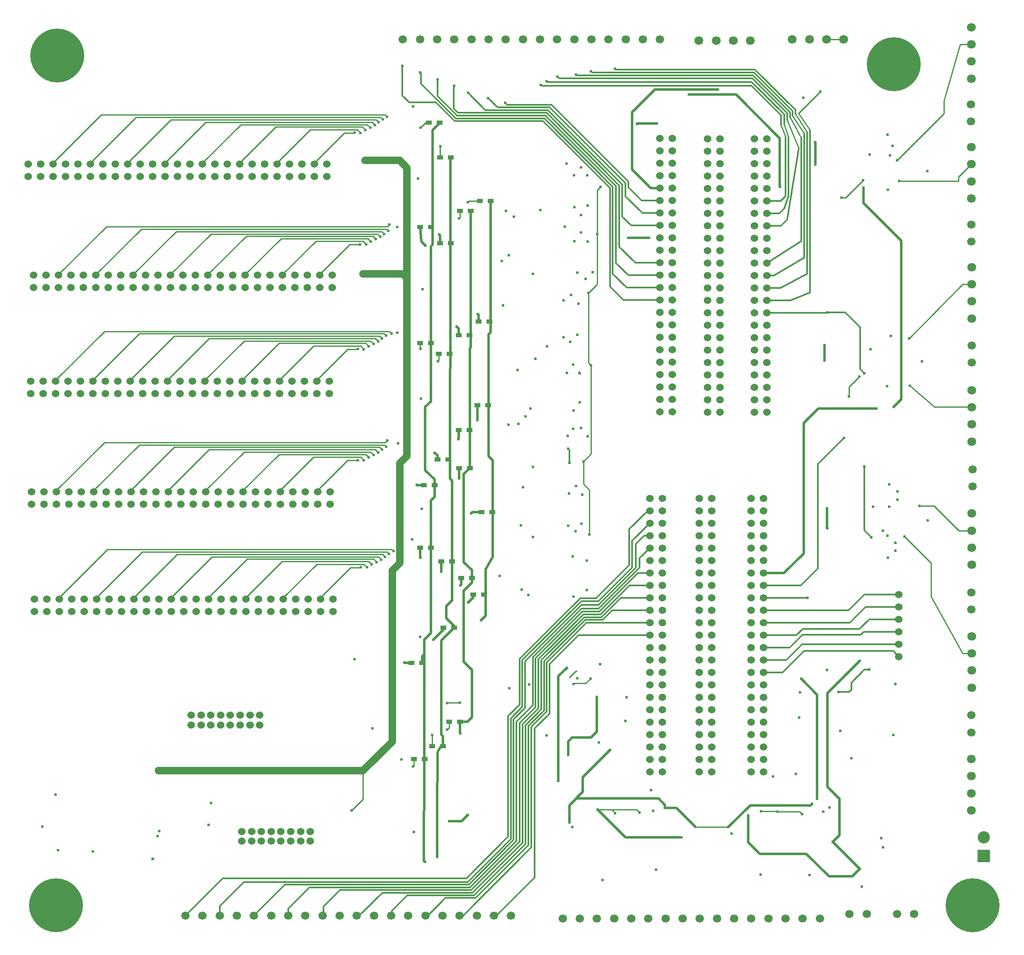
<source format=gbr>
G04 #@! TF.FileFunction,Copper,L2,Bot,Signal*
%FSLAX46Y46*%
G04 Gerber Fmt 4.6, Leading zero omitted, Abs format (unit mm)*
G04 Created by KiCad (PCBNEW 4.0.4-stable) date 01/03/17 20:17:35*
%MOMM*%
%LPD*%
G01*
G04 APERTURE LIST*
%ADD10C,0.100000*%
%ADD11C,1.524000*%
%ADD12R,1.200000X0.900000*%
%ADD13C,11.000000*%
%ADD14C,0.700000*%
%ADD15R,2.499360X2.499360*%
%ADD16C,2.499360*%
%ADD17C,1.700000*%
%ADD18C,1.800000*%
%ADD19C,0.600000*%
%ADD20C,0.250000*%
%ADD21C,0.500000*%
%ADD22C,0.350000*%
%ADD23C,1.500000*%
G04 APERTURE END LIST*
D10*
D11*
X44633860Y-99987680D03*
X44633860Y-97447680D03*
X47173860Y-99987680D03*
X47173860Y-97447680D03*
X49713860Y-99987680D03*
X49713860Y-97447680D03*
X52253860Y-99987680D03*
X52253860Y-97447680D03*
X54793860Y-99987680D03*
X54793860Y-97447680D03*
X57333860Y-99987680D03*
X57333860Y-97447680D03*
X59873860Y-99987680D03*
X59873860Y-97447680D03*
X62413860Y-99987680D03*
X62413860Y-97447680D03*
X64953860Y-99987680D03*
X64953860Y-97447680D03*
X67493860Y-99987680D03*
X67493860Y-97447680D03*
X70033860Y-99987680D03*
X70033860Y-97447680D03*
X72573860Y-99987680D03*
X72573860Y-97447680D03*
X75113860Y-99987680D03*
X75113860Y-97447680D03*
X77653860Y-99987680D03*
X77653860Y-97447680D03*
X80193860Y-99987680D03*
X80193860Y-97447680D03*
X82733860Y-99987680D03*
X82733860Y-97447680D03*
X85273860Y-99987680D03*
X85273860Y-97447680D03*
X87813860Y-99987680D03*
X87813860Y-97447680D03*
X90353860Y-99987680D03*
X90353860Y-97447680D03*
X92893860Y-99987680D03*
X92893860Y-97447680D03*
X95433860Y-99987680D03*
X95433860Y-97447680D03*
X97973860Y-99987680D03*
X97973860Y-97447680D03*
X100513860Y-99987680D03*
X100513860Y-97447680D03*
X103053860Y-99987680D03*
X103053860Y-97447680D03*
X105593860Y-99987680D03*
X105593860Y-97447680D03*
X43495860Y-77253680D03*
X43495860Y-74713680D03*
X46035860Y-77253680D03*
X46035860Y-74713680D03*
X48575860Y-77253680D03*
X48575860Y-74713680D03*
X51115860Y-77253680D03*
X51115860Y-74713680D03*
X53655860Y-77253680D03*
X53655860Y-74713680D03*
X56195860Y-77253680D03*
X56195860Y-74713680D03*
X58735860Y-77253680D03*
X58735860Y-74713680D03*
X61275860Y-77253680D03*
X61275860Y-74713680D03*
X63815860Y-77253680D03*
X63815860Y-74713680D03*
X66355860Y-77253680D03*
X66355860Y-74713680D03*
X68895860Y-77253680D03*
X68895860Y-74713680D03*
X71435860Y-77253680D03*
X71435860Y-74713680D03*
X73975860Y-77253680D03*
X73975860Y-74713680D03*
X76515860Y-77253680D03*
X76515860Y-74713680D03*
X79055860Y-77253680D03*
X79055860Y-74713680D03*
X81595860Y-77253680D03*
X81595860Y-74713680D03*
X84135860Y-77253680D03*
X84135860Y-74713680D03*
X86675860Y-77253680D03*
X86675860Y-74713680D03*
X89215860Y-77253680D03*
X89215860Y-74713680D03*
X91755860Y-77253680D03*
X91755860Y-74713680D03*
X94295860Y-77253680D03*
X94295860Y-74713680D03*
X96835860Y-77253680D03*
X96835860Y-74713680D03*
X99375860Y-77253680D03*
X99375860Y-74713680D03*
X101915860Y-77253680D03*
X101915860Y-74713680D03*
X104455860Y-77253680D03*
X104455860Y-74713680D03*
X43993860Y-121647680D03*
X43993860Y-119107680D03*
X46533860Y-121647680D03*
X46533860Y-119107680D03*
X49073860Y-121647680D03*
X49073860Y-119107680D03*
X51613860Y-121647680D03*
X51613860Y-119107680D03*
X54153860Y-121647680D03*
X54153860Y-119107680D03*
X56693860Y-121647680D03*
X56693860Y-119107680D03*
X59233860Y-121647680D03*
X59233860Y-119107680D03*
X61773860Y-121647680D03*
X61773860Y-119107680D03*
X64313860Y-121647680D03*
X64313860Y-119107680D03*
X66853860Y-121647680D03*
X66853860Y-119107680D03*
X69393860Y-121647680D03*
X69393860Y-119107680D03*
X71933860Y-121647680D03*
X71933860Y-119107680D03*
X74473860Y-121647680D03*
X74473860Y-119107680D03*
X77013860Y-121647680D03*
X77013860Y-119107680D03*
X79553860Y-121647680D03*
X79553860Y-119107680D03*
X82093860Y-121647680D03*
X82093860Y-119107680D03*
X84633860Y-121647680D03*
X84633860Y-119107680D03*
X87173860Y-121647680D03*
X87173860Y-119107680D03*
X89713860Y-121647680D03*
X89713860Y-119107680D03*
X92253860Y-121647680D03*
X92253860Y-119107680D03*
X94793860Y-121647680D03*
X94793860Y-119107680D03*
X97333860Y-121647680D03*
X97333860Y-119107680D03*
X99873860Y-121647680D03*
X99873860Y-119107680D03*
X102413860Y-121647680D03*
X102413860Y-119107680D03*
X104953860Y-121647680D03*
X104953860Y-119107680D03*
X44183860Y-144267680D03*
X44183860Y-141727680D03*
X46723860Y-144267680D03*
X46723860Y-141727680D03*
X49263860Y-144267680D03*
X49263860Y-141727680D03*
X51803860Y-144267680D03*
X51803860Y-141727680D03*
X54343860Y-144267680D03*
X54343860Y-141727680D03*
X56883860Y-144267680D03*
X56883860Y-141727680D03*
X59423860Y-144267680D03*
X59423860Y-141727680D03*
X61963860Y-144267680D03*
X61963860Y-141727680D03*
X64503860Y-144267680D03*
X64503860Y-141727680D03*
X67043860Y-144267680D03*
X67043860Y-141727680D03*
X69583860Y-144267680D03*
X69583860Y-141727680D03*
X72123860Y-144267680D03*
X72123860Y-141727680D03*
X74663860Y-144267680D03*
X74663860Y-141727680D03*
X77203860Y-144267680D03*
X77203860Y-141727680D03*
X79743860Y-144267680D03*
X79743860Y-141727680D03*
X82283860Y-144267680D03*
X82283860Y-141727680D03*
X84823860Y-144267680D03*
X84823860Y-141727680D03*
X87363860Y-144267680D03*
X87363860Y-141727680D03*
X89903860Y-144267680D03*
X89903860Y-141727680D03*
X92443860Y-144267680D03*
X92443860Y-141727680D03*
X94983860Y-144267680D03*
X94983860Y-141727680D03*
X97523860Y-144267680D03*
X97523860Y-141727680D03*
X100063860Y-144267680D03*
X100063860Y-141727680D03*
X102603860Y-144267680D03*
X102603860Y-141727680D03*
X105143860Y-144267680D03*
X105143860Y-141727680D03*
D12*
X133837860Y-84307680D03*
X131637860Y-84307680D03*
X133675300Y-136880600D03*
X131475300Y-136880600D03*
X138243860Y-145837680D03*
X136043860Y-145837680D03*
X129263860Y-135107680D03*
X127063860Y-135107680D03*
X126463860Y-140327680D03*
X124263860Y-140327680D03*
X133583860Y-109707680D03*
X131383860Y-109707680D03*
X137647860Y-106913680D03*
X135447860Y-106913680D03*
X129773860Y-90911680D03*
X127573860Y-90911680D03*
X125709860Y-87609680D03*
X123509860Y-87609680D03*
X128219380Y-193725800D03*
X126019380Y-193725800D03*
X124419540Y-196331840D03*
X122219540Y-196331840D03*
X131663620Y-188747400D03*
X129463620Y-188747400D03*
X130453860Y-169517680D03*
X128253860Y-169517680D03*
X137901860Y-82275680D03*
X135701860Y-82275680D03*
X123973860Y-176727680D03*
X121773860Y-176727680D03*
X129773860Y-73385680D03*
X127573860Y-73385680D03*
X133583860Y-129067680D03*
X131383860Y-129067680D03*
X134083860Y-159297680D03*
X131883860Y-159297680D03*
X127487860Y-66273680D03*
X125287860Y-66273680D03*
X137393860Y-124067680D03*
X135193860Y-124067680D03*
X136583860Y-162717680D03*
X134383860Y-162717680D03*
X129519860Y-113517680D03*
X127319860Y-113517680D03*
X130063860Y-155907680D03*
X127863860Y-155907680D03*
X125763860Y-111287680D03*
X123563860Y-111287680D03*
X125763860Y-153167680D03*
X123563860Y-153167680D03*
D13*
X220193860Y-54317680D03*
D14*
X224318860Y-54317680D03*
X223120675Y-57244495D03*
X220193860Y-58442680D03*
X217267045Y-57244495D03*
X216068860Y-54317680D03*
X217267045Y-51390865D03*
X220193860Y-50192680D03*
X223120675Y-51390865D03*
D13*
X49425860Y-52557680D03*
D14*
X53550860Y-52557680D03*
X52352675Y-55484495D03*
X49425860Y-56682680D03*
X46499045Y-55484495D03*
X45300860Y-52557680D03*
X46499045Y-49630865D03*
X49425860Y-48432680D03*
X52352675Y-49630865D03*
D13*
X49176940Y-226232720D03*
D14*
X53301940Y-226232720D03*
X52103755Y-229159535D03*
X49176940Y-230357720D03*
X46250125Y-229159535D03*
X45051940Y-226232720D03*
X46250125Y-223305905D03*
X49176940Y-222107720D03*
X52103755Y-223305905D03*
D13*
X236298740Y-226222560D03*
D14*
X240423740Y-226222560D03*
X239225555Y-229149375D03*
X236298740Y-230347560D03*
X233371925Y-229149375D03*
X232173740Y-226222560D03*
X233371925Y-223295745D03*
X236298740Y-222097560D03*
X239225555Y-223295745D03*
D15*
X238554260Y-216159080D03*
D16*
X238554260Y-212349080D03*
D11*
X44813860Y-166207680D03*
X44813860Y-163667680D03*
X47353860Y-166207680D03*
X47353860Y-163667680D03*
X49893860Y-166207680D03*
X49893860Y-163667680D03*
X52433860Y-166207680D03*
X52433860Y-163667680D03*
X54973860Y-166207680D03*
X54973860Y-163667680D03*
X57513860Y-166207680D03*
X57513860Y-163667680D03*
X60053860Y-166207680D03*
X60053860Y-163667680D03*
X62593860Y-166207680D03*
X62593860Y-163667680D03*
X65133860Y-166207680D03*
X65133860Y-163667680D03*
X67673860Y-166207680D03*
X67673860Y-163667680D03*
X70213860Y-166207680D03*
X70213860Y-163667680D03*
X72753860Y-166207680D03*
X72753860Y-163667680D03*
X75293860Y-166207680D03*
X75293860Y-163667680D03*
X77833860Y-166207680D03*
X77833860Y-163667680D03*
X80373860Y-166207680D03*
X80373860Y-163667680D03*
X82913860Y-166207680D03*
X82913860Y-163667680D03*
X85453860Y-166207680D03*
X85453860Y-163667680D03*
X87993860Y-166207680D03*
X87993860Y-163667680D03*
X90533860Y-166207680D03*
X90533860Y-163667680D03*
X93073860Y-166207680D03*
X93073860Y-163667680D03*
X95613860Y-166207680D03*
X95613860Y-163667680D03*
X98153860Y-166207680D03*
X98153860Y-163667680D03*
X100693860Y-166207680D03*
X100693860Y-163667680D03*
X103233860Y-166207680D03*
X103233860Y-163667680D03*
X105773860Y-166207680D03*
X105773860Y-163667680D03*
D17*
X172493860Y-49267680D03*
X168993860Y-49267680D03*
X165493860Y-49267680D03*
X161993860Y-49267680D03*
X158493860Y-49267680D03*
X154993860Y-49267680D03*
X151493860Y-49267680D03*
X147993860Y-49267680D03*
X144493860Y-49267680D03*
X140993860Y-49267680D03*
X137493860Y-49267680D03*
X133993860Y-49267680D03*
X130493860Y-49267680D03*
X126993860Y-49267680D03*
X123493860Y-49267680D03*
X119993860Y-49267680D03*
X75587860Y-228325680D03*
X79087860Y-228325680D03*
X82587860Y-228325680D03*
X86087860Y-228325680D03*
X89587860Y-228325680D03*
X93087860Y-228325680D03*
X96587860Y-228325680D03*
X100087860Y-228325680D03*
X103587860Y-228325680D03*
X107087860Y-228325680D03*
X110587860Y-228325680D03*
X114087860Y-228325680D03*
X117587860Y-228325680D03*
X121087860Y-228325680D03*
X124587860Y-228325680D03*
X128087860Y-228325680D03*
X131587860Y-228325680D03*
X135087860Y-228325680D03*
X138587860Y-228325680D03*
X142087860Y-228325680D03*
D11*
X221246700Y-162687000D03*
X221246700Y-165227000D03*
X221246700Y-167767000D03*
X221246700Y-170307000D03*
X221246700Y-172847000D03*
X221246700Y-175387000D03*
D17*
X205117700Y-228960680D03*
X201617700Y-228960680D03*
X198117700Y-228960680D03*
X194617700Y-228960680D03*
X191117700Y-228960680D03*
X187617700Y-228960680D03*
X184117700Y-228960680D03*
X180617700Y-228960680D03*
X177117700Y-228960680D03*
X173617700Y-228960680D03*
X170117700Y-228960680D03*
X166617700Y-228960680D03*
X163117700Y-228960680D03*
X159617700Y-228960680D03*
X156117700Y-228960680D03*
X152617700Y-228960680D03*
X220875860Y-227970080D03*
X224375860Y-227970080D03*
X211173060Y-228020880D03*
X214673060Y-228020880D03*
X236065060Y-90606880D03*
X236065060Y-87106880D03*
X235963460Y-66070480D03*
X235963460Y-62570480D03*
X236014260Y-190886080D03*
X236014260Y-187386080D03*
X236014260Y-165790880D03*
X236014260Y-162290880D03*
X236319060Y-140644880D03*
X236319060Y-137144880D03*
X236166660Y-115295680D03*
X236166660Y-111795680D03*
D18*
X210004660Y-49255680D03*
X206504660Y-49255680D03*
X203004660Y-49255680D03*
X199504660Y-49255680D03*
X236014260Y-206837280D03*
X236014260Y-203337280D03*
X236014260Y-199837280D03*
X236014260Y-196337280D03*
X236115860Y-181742080D03*
X236115860Y-178242080D03*
X236115860Y-174742080D03*
X236115860Y-171242080D03*
X236166660Y-156646880D03*
X236166660Y-153146880D03*
X236166660Y-149646880D03*
X236166660Y-146146880D03*
X236166660Y-131450080D03*
X236166660Y-127950080D03*
X236166660Y-124450080D03*
X236166660Y-120950080D03*
X236115860Y-106304080D03*
X236115860Y-102804080D03*
X236115860Y-99304080D03*
X236115860Y-95804080D03*
X236014260Y-81767680D03*
X236014260Y-78267680D03*
X236014260Y-74767680D03*
X236014260Y-71267680D03*
X236014260Y-57282080D03*
X236014260Y-53782080D03*
X236014260Y-50282080D03*
X236014260Y-46782080D03*
X190954660Y-49509680D03*
X187454660Y-49509680D03*
X183954660Y-49509680D03*
X180454660Y-49509680D03*
D11*
X101113860Y-211117680D03*
X101113860Y-213117680D03*
X99113860Y-213117680D03*
X99113860Y-211117680D03*
X97113860Y-211117680D03*
X97113860Y-213117680D03*
X95113860Y-213117680D03*
X95113860Y-211117680D03*
X93113860Y-211117680D03*
X93113860Y-213117680D03*
X91113860Y-213117680D03*
X91113860Y-211117680D03*
X89113860Y-211117680D03*
X89113860Y-213117680D03*
X87113860Y-213117680D03*
X87113860Y-211117680D03*
X90783860Y-187357680D03*
X90783860Y-189357680D03*
X88783860Y-189357680D03*
X88783860Y-187357680D03*
X86783860Y-187357680D03*
X86783860Y-189357680D03*
X84783860Y-189357680D03*
X84783860Y-187357680D03*
X82783860Y-187357680D03*
X82783860Y-189357680D03*
X80783860Y-189357680D03*
X80783860Y-187357680D03*
X78783860Y-187357680D03*
X78783860Y-189357680D03*
X76783860Y-189357680D03*
X76783860Y-187357680D03*
X191797940Y-69570600D03*
X194337940Y-69570600D03*
X191797940Y-72110600D03*
X194337940Y-72110600D03*
X191797940Y-74650600D03*
X194337940Y-74650600D03*
X191797940Y-77190600D03*
X194337940Y-77190600D03*
X191797940Y-79730600D03*
X194337940Y-79730600D03*
X191797940Y-82270600D03*
X194337940Y-82270600D03*
X191797940Y-84810600D03*
X194337940Y-84810600D03*
X191797940Y-87350600D03*
X194337940Y-87350600D03*
X191797940Y-89890600D03*
X194337940Y-89890600D03*
X191797940Y-92430600D03*
X194337940Y-92430600D03*
X191797940Y-94970600D03*
X194337940Y-94970600D03*
X191797940Y-97510600D03*
X194337940Y-97510600D03*
X191797940Y-100050600D03*
X194337940Y-100050600D03*
X191797940Y-102590600D03*
X194337940Y-102590600D03*
X191797940Y-105130600D03*
X194337940Y-105130600D03*
X191797940Y-107670600D03*
X194337940Y-107670600D03*
X191797940Y-110210600D03*
X194337940Y-110210600D03*
X191797940Y-112750600D03*
X194337940Y-112750600D03*
X191797940Y-115290600D03*
X194337940Y-115290600D03*
X191797940Y-117830600D03*
X194337940Y-117830600D03*
X191797940Y-120370600D03*
X194337940Y-120370600D03*
X191797940Y-122910600D03*
X194337940Y-122910600D03*
X191797940Y-125450600D03*
X194337940Y-125450600D03*
X182237380Y-69575680D03*
X184777380Y-69575680D03*
X182237380Y-72115680D03*
X184777380Y-72115680D03*
X182237380Y-74655680D03*
X184777380Y-74655680D03*
X182237380Y-77195680D03*
X184777380Y-77195680D03*
X182237380Y-79735680D03*
X184777380Y-79735680D03*
X182237380Y-82275680D03*
X184777380Y-82275680D03*
X182237380Y-84815680D03*
X184777380Y-84815680D03*
X182237380Y-87355680D03*
X184777380Y-87355680D03*
X182237380Y-89895680D03*
X184777380Y-89895680D03*
X182237380Y-92435680D03*
X184777380Y-92435680D03*
X182237380Y-94975680D03*
X184777380Y-94975680D03*
X182237380Y-97515680D03*
X184777380Y-97515680D03*
X182237380Y-100055680D03*
X184777380Y-100055680D03*
X182237380Y-102595680D03*
X184777380Y-102595680D03*
X182237380Y-105135680D03*
X184777380Y-105135680D03*
X182237380Y-107675680D03*
X184777380Y-107675680D03*
X182237380Y-110215680D03*
X184777380Y-110215680D03*
X182237380Y-112755680D03*
X184777380Y-112755680D03*
X182237380Y-115295680D03*
X184777380Y-115295680D03*
X182237380Y-117835680D03*
X184777380Y-117835680D03*
X182237380Y-120375680D03*
X184777380Y-120375680D03*
X182237380Y-122915680D03*
X184777380Y-122915680D03*
X182237380Y-125455680D03*
X184777380Y-125455680D03*
X172427900Y-69540120D03*
X174967900Y-69540120D03*
X172427900Y-72080120D03*
X174967900Y-72080120D03*
X172427900Y-74620120D03*
X174967900Y-74620120D03*
X172427900Y-77160120D03*
X174967900Y-77160120D03*
X172427900Y-79700120D03*
X174967900Y-79700120D03*
X172427900Y-82240120D03*
X174967900Y-82240120D03*
X172427900Y-84780120D03*
X174967900Y-84780120D03*
X172427900Y-87320120D03*
X174967900Y-87320120D03*
X172427900Y-89860120D03*
X174967900Y-89860120D03*
X172427900Y-92400120D03*
X174967900Y-92400120D03*
X172427900Y-94940120D03*
X174967900Y-94940120D03*
X172427900Y-97480120D03*
X174967900Y-97480120D03*
X172427900Y-100020120D03*
X174967900Y-100020120D03*
X172427900Y-102560120D03*
X174967900Y-102560120D03*
X172427900Y-105100120D03*
X174967900Y-105100120D03*
X172427900Y-107640120D03*
X174967900Y-107640120D03*
X172427900Y-110180120D03*
X174967900Y-110180120D03*
X172427900Y-112720120D03*
X174967900Y-112720120D03*
X172427900Y-115260120D03*
X174967900Y-115260120D03*
X172427900Y-117800120D03*
X174967900Y-117800120D03*
X172427900Y-120340120D03*
X174967900Y-120340120D03*
X172427900Y-122880120D03*
X174967900Y-122880120D03*
X172427900Y-125420120D03*
X174967900Y-125420120D03*
X191107060Y-143106140D03*
X193647060Y-143106140D03*
X191107060Y-145646140D03*
X193647060Y-145646140D03*
X191107060Y-148186140D03*
X193647060Y-148186140D03*
X191107060Y-150726140D03*
X193647060Y-150726140D03*
X191107060Y-153266140D03*
X193647060Y-153266140D03*
X191107060Y-155806140D03*
X193647060Y-155806140D03*
X191107060Y-158346140D03*
X193647060Y-158346140D03*
X191107060Y-160886140D03*
X193647060Y-160886140D03*
X191107060Y-163426140D03*
X193647060Y-163426140D03*
X191107060Y-165966140D03*
X193647060Y-165966140D03*
X191107060Y-168506140D03*
X193647060Y-168506140D03*
X191107060Y-171046140D03*
X193647060Y-171046140D03*
X191107060Y-173586140D03*
X193647060Y-173586140D03*
X191107060Y-176126140D03*
X193647060Y-176126140D03*
X191107060Y-178666140D03*
X193647060Y-178666140D03*
X191107060Y-181206140D03*
X193647060Y-181206140D03*
X191107060Y-183746140D03*
X193647060Y-183746140D03*
X191107060Y-186286140D03*
X193647060Y-186286140D03*
X191107060Y-188826140D03*
X193647060Y-188826140D03*
X191107060Y-191366140D03*
X193647060Y-191366140D03*
X191107060Y-193906140D03*
X193647060Y-193906140D03*
X191107060Y-196446140D03*
X193647060Y-196446140D03*
X191107060Y-198986140D03*
X193647060Y-198986140D03*
X170393360Y-143042640D03*
X172933360Y-143042640D03*
X170393360Y-145582640D03*
X172933360Y-145582640D03*
X170393360Y-148122640D03*
X172933360Y-148122640D03*
X170393360Y-150662640D03*
X172933360Y-150662640D03*
X170393360Y-153202640D03*
X172933360Y-153202640D03*
X170393360Y-155742640D03*
X172933360Y-155742640D03*
X170393360Y-158282640D03*
X172933360Y-158282640D03*
X170393360Y-160822640D03*
X172933360Y-160822640D03*
X170393360Y-163362640D03*
X172933360Y-163362640D03*
X170393360Y-165902640D03*
X172933360Y-165902640D03*
X170393360Y-168442640D03*
X172933360Y-168442640D03*
X170393360Y-170982640D03*
X172933360Y-170982640D03*
X170393360Y-173522640D03*
X172933360Y-173522640D03*
X170393360Y-176062640D03*
X172933360Y-176062640D03*
X170393360Y-178602640D03*
X172933360Y-178602640D03*
X170393360Y-181142640D03*
X172933360Y-181142640D03*
X170393360Y-183682640D03*
X172933360Y-183682640D03*
X170393360Y-186222640D03*
X172933360Y-186222640D03*
X170393360Y-188762640D03*
X172933360Y-188762640D03*
X170393360Y-191302640D03*
X172933360Y-191302640D03*
X170393360Y-193842640D03*
X172933360Y-193842640D03*
X170393360Y-196382640D03*
X172933360Y-196382640D03*
X170393360Y-198922640D03*
X172933360Y-198922640D03*
X180464460Y-143042640D03*
X183004460Y-143042640D03*
X180464460Y-145582640D03*
X183004460Y-145582640D03*
X180464460Y-148122640D03*
X183004460Y-148122640D03*
X180464460Y-150662640D03*
X183004460Y-150662640D03*
X180464460Y-153202640D03*
X183004460Y-153202640D03*
X180464460Y-155742640D03*
X183004460Y-155742640D03*
X180464460Y-158282640D03*
X183004460Y-158282640D03*
X180464460Y-160822640D03*
X183004460Y-160822640D03*
X180464460Y-163362640D03*
X183004460Y-163362640D03*
X180464460Y-165902640D03*
X183004460Y-165902640D03*
X180464460Y-168442640D03*
X183004460Y-168442640D03*
X180464460Y-170982640D03*
X183004460Y-170982640D03*
X180464460Y-173522640D03*
X183004460Y-173522640D03*
X180464460Y-176062640D03*
X183004460Y-176062640D03*
X180464460Y-178602640D03*
X183004460Y-178602640D03*
X180464460Y-181142640D03*
X183004460Y-181142640D03*
X180464460Y-183682640D03*
X183004460Y-183682640D03*
X180464460Y-186222640D03*
X183004460Y-186222640D03*
X180464460Y-188762640D03*
X183004460Y-188762640D03*
X180464460Y-191302640D03*
X183004460Y-191302640D03*
X180464460Y-193842640D03*
X183004460Y-193842640D03*
X180464460Y-196382640D03*
X183004460Y-196382640D03*
X180464460Y-198922640D03*
X183004460Y-198922640D03*
D19*
X158093860Y-150417680D03*
X158393860Y-115917680D03*
X159643860Y-89067680D03*
X160393860Y-79367680D03*
X157893860Y-101067680D03*
X156843860Y-135517680D03*
X144543860Y-140767680D03*
X118843860Y-87617680D03*
X218043860Y-214367680D03*
X217693860Y-212492680D03*
X213718860Y-222442680D03*
X49618860Y-214967680D03*
X46393860Y-210167680D03*
X49143860Y-203592680D03*
X201733860Y-61237680D03*
X141743860Y-181867680D03*
X149343860Y-191517680D03*
X159993860Y-192917680D03*
X155593860Y-179817680D03*
X171143860Y-206917680D03*
X170643860Y-202667680D03*
X123493860Y-171367680D03*
X215993860Y-144767680D03*
X123085860Y-77703680D03*
X124033860Y-100337680D03*
X123713860Y-122707680D03*
X118833860Y-109217680D03*
X123853860Y-145177680D03*
X119023860Y-131837680D03*
X121893860Y-151417680D03*
X113763860Y-190057680D03*
X122233860Y-211237680D03*
X56763860Y-215237680D03*
X70293860Y-211077680D03*
X80363860Y-209757680D03*
X68963860Y-216727680D03*
X68943860Y-216727680D03*
X69933860Y-212047680D03*
X80813860Y-205317680D03*
X165433860Y-188537680D03*
X145803860Y-181107680D03*
X200923860Y-187907680D03*
X201043860Y-182667680D03*
X148043860Y-84167680D03*
X146543860Y-97167680D03*
X146543860Y-136667680D03*
X206543860Y-178167680D03*
X218043860Y-149667680D03*
X146043860Y-124667680D03*
X211543860Y-196167680D03*
X110166380Y-175930080D03*
X153926540Y-142057120D03*
X156644340Y-142331440D03*
X155374340Y-140512800D03*
X153718260Y-148640800D03*
X156451300Y-148254720D03*
X155272740Y-149773640D03*
X144106900Y-148590000D03*
X146588480Y-150936960D03*
X154810460Y-125130560D03*
X156100780Y-123418600D03*
X153494740Y-117383560D03*
X156075380Y-117439440D03*
X154785060Y-115727480D03*
X140200380Y-94594680D03*
X141632940Y-93375480D03*
X141048740Y-84343240D03*
X142623540Y-85511640D03*
X157767020Y-83225640D03*
X156385260Y-85156040D03*
X155039060Y-83530440D03*
X160754060Y-221015560D03*
X157700980Y-130403600D03*
X153626820Y-130332480D03*
X154774900Y-128833880D03*
X156370020Y-128666240D03*
X171711620Y-218948000D03*
X141599920Y-127967740D03*
X145049240Y-126301500D03*
X143550640Y-127810260D03*
X143390620Y-116845080D03*
X157723840Y-90604340D03*
X156352240Y-88760300D03*
X155056840Y-90538300D03*
X157284420Y-98231960D03*
X155610560Y-96964500D03*
X119723940Y-196437080D03*
X144294860Y-161737040D03*
X157589220Y-155818840D03*
X157548580Y-161813240D03*
X152844500Y-110119160D03*
X147083780Y-114518440D03*
X219468700Y-73009760D03*
X218935300Y-68773040D03*
X153416000Y-74698860D03*
X153070560Y-87500460D03*
X195587620Y-199872600D03*
X200245980Y-199410320D03*
X205844140Y-207081120D03*
X155602940Y-109611160D03*
X154139900Y-111074200D03*
X152849580Y-102641400D03*
X155887420Y-103281480D03*
X154378660Y-101533960D03*
X140444220Y-103601520D03*
X149405340Y-111973360D03*
X219295980Y-144752060D03*
X220946980Y-143329660D03*
X220959680Y-141640560D03*
X219321380Y-140230860D03*
X227144580Y-147546060D03*
X219029280Y-155216860D03*
X220553280Y-153769060D03*
X220540580Y-152130760D03*
X218927680Y-150721060D03*
X218869260Y-120164860D03*
X225981260Y-115084860D03*
X227093780Y-76174600D03*
X215440260Y-112595660D03*
X219605860Y-109852460D03*
X215293860Y-72767680D03*
X219040395Y-80000137D03*
X219956380Y-71018400D03*
X157627320Y-77038200D03*
X154909520Y-77063600D03*
X156370020Y-75438000D03*
X154701240Y-154937460D03*
X154866340Y-163167060D03*
X154595830Y-210259930D03*
X220527880Y-181030880D03*
X220134180Y-191419480D03*
X203046330Y-220000830D03*
X193013330Y-219924630D03*
X187095130Y-211568030D03*
X165694360Y-183751220D03*
X139766040Y-158925260D03*
X145595340Y-162786060D03*
X158783020Y-96845120D03*
X122043860Y-63017680D03*
X209543860Y-81567680D03*
X213943860Y-78017680D03*
X211043860Y-122217680D03*
X213193860Y-118167680D03*
X153713180Y-132877560D03*
X153993860Y-135767680D03*
X225493860Y-144567680D03*
X222443860Y-150867680D03*
X223343860Y-110367680D03*
X223543860Y-120067680D03*
X220893860Y-74017680D03*
X221323060Y-78218000D03*
X124543860Y-217367680D03*
X126993860Y-216217680D03*
X131742180Y-191109600D03*
X135948420Y-168000680D03*
X167794940Y-66512440D03*
X171838620Y-66476880D03*
X151716740Y-200802240D03*
X153469340Y-177678080D03*
X155443860Y-204417680D03*
X154002740Y-209260440D03*
X173509940Y-206349600D03*
X186438540Y-210251040D03*
X203563220Y-205480920D03*
X207063340Y-206197200D03*
X204543660Y-204480160D03*
X201322940Y-179948840D03*
X209329020Y-190586360D03*
X162339020Y-194477640D03*
X215668860Y-151058880D03*
X214193860Y-136517680D03*
X214165180Y-117500400D03*
X206672180Y-105049320D03*
X131453860Y-139007680D03*
X133953860Y-146117680D03*
X126513860Y-133747680D03*
X130959860Y-107929680D03*
X122823860Y-140267680D03*
X135277860Y-105389680D03*
X127403860Y-89133680D03*
X124609860Y-91419680D03*
X133245860Y-207751680D03*
X129435860Y-209021680D03*
X125981460Y-191429640D03*
X122120660Y-197886320D03*
X129013860Y-190357680D03*
X129063860Y-184867680D03*
X131673860Y-184807680D03*
X131467860Y-85831680D03*
X126213860Y-171927680D03*
X133245860Y-82529680D03*
X120313860Y-176637680D03*
X127657860Y-71099680D03*
X131353860Y-130927680D03*
X131723860Y-160827680D03*
X123593860Y-67289680D03*
X135213860Y-127057680D03*
X133373860Y-164307680D03*
X127149860Y-115041680D03*
X127873860Y-158027680D03*
X123593860Y-112501680D03*
X123623860Y-155207680D03*
X163343860Y-207417680D03*
X168293860Y-207267680D03*
X213268860Y-218792680D03*
X190502540Y-207873600D03*
X201518860Y-207617680D03*
X193118860Y-207017680D03*
X196493860Y-207092680D03*
X206651860Y-187842680D03*
X159593860Y-188517680D03*
X153723340Y-195498720D03*
X159593860Y-183667680D03*
X215243860Y-178017680D03*
X208993860Y-182617680D03*
X159793940Y-206684880D03*
X176888140Y-212344000D03*
X207743860Y-213267680D03*
X160307020Y-176946560D03*
X206651860Y-191856360D03*
X213266020Y-176245520D03*
X158343860Y-179867680D03*
X154843860Y-181017680D03*
X116593860Y-132517680D03*
X117043860Y-88417680D03*
X116768860Y-65067680D03*
X115893860Y-65617680D03*
X115068860Y-66217680D03*
X114268860Y-66767680D03*
X113368860Y-67317680D03*
X112318860Y-67767680D03*
X111368860Y-68367680D03*
X110110860Y-68353680D03*
X117643860Y-109417680D03*
X116593860Y-109817680D03*
X115743860Y-110417680D03*
X114943860Y-110967680D03*
X114043860Y-111517680D03*
X112993860Y-111967680D03*
X112043860Y-112567680D03*
X110785860Y-112553680D03*
X118068860Y-153867680D03*
X117193860Y-154417680D03*
X116368860Y-155017680D03*
X115568860Y-155567680D03*
X114668860Y-156117680D03*
X113618860Y-156567680D03*
X112668860Y-157167680D03*
X111410860Y-157153680D03*
X204162660Y-70266560D03*
X204177900Y-74858880D03*
X206047340Y-111785400D03*
X206047340Y-114858800D03*
X206616300Y-145069560D03*
X206626460Y-149209760D03*
X158443860Y-55767680D03*
X151543860Y-56917680D03*
X148193860Y-58617680D03*
X137443860Y-61267680D03*
X155393860Y-56467680D03*
X149343860Y-57817680D03*
X140893860Y-62217680D03*
X133343860Y-60217680D03*
X127043860Y-57517680D03*
X130493860Y-58717680D03*
X123543860Y-56017680D03*
X119893860Y-54667680D03*
X220243860Y-124367680D03*
X216643860Y-124667680D03*
X214012780Y-79593440D03*
X210055460Y-130703320D03*
X202577700Y-163372800D03*
X70093860Y-198739460D03*
X109543860Y-206867680D03*
X117843860Y-184317680D03*
X117843860Y-162167680D03*
X119393860Y-140667680D03*
X120843860Y-118517680D03*
X111843860Y-97217680D03*
X112043860Y-74017680D03*
X184304940Y-59537600D03*
X116793860Y-131217680D03*
X115743860Y-133117680D03*
X114943860Y-133667680D03*
X114043860Y-134217680D03*
X112993860Y-134667680D03*
X112043860Y-135267680D03*
X110785860Y-135253680D03*
X117243860Y-87117680D03*
X116193860Y-89017680D03*
X115393860Y-89567680D03*
X114493860Y-90117680D03*
X113443860Y-90567680D03*
X112493860Y-91167680D03*
X111235860Y-91153680D03*
X205193860Y-59942680D03*
X163293860Y-55267680D03*
X166062660Y-89794080D03*
X170228260Y-89794080D03*
X178356260Y-60533280D03*
X196999860Y-79380080D03*
D20*
X155543860Y-178417680D02*
X155243860Y-178417680D01*
X155243860Y-178417680D02*
X154043860Y-179617680D01*
X156843860Y-135517680D02*
X156843860Y-140117680D01*
X158093860Y-141367680D02*
X158093860Y-150417680D01*
X156843860Y-140117680D02*
X158093860Y-141367680D01*
X158393860Y-115917680D02*
X158393860Y-133967680D01*
X157893860Y-115417680D02*
X158393860Y-115917680D01*
X159643860Y-89067680D02*
X159643860Y-99317680D01*
X160393860Y-79367680D02*
X159643860Y-80117680D01*
X159643860Y-89067680D02*
X159643860Y-80117680D01*
X159643860Y-99317680D02*
X157893860Y-101067680D01*
X157893860Y-101067680D02*
X157893860Y-115417680D01*
X158393860Y-133967680D02*
X156843860Y-135517680D01*
X217768860Y-212417680D02*
X217768860Y-212342680D01*
X217693860Y-212492680D02*
X217768860Y-212417680D01*
D21*
X123863860Y-145187680D02*
X123873860Y-145187680D01*
X123853860Y-145177680D02*
X123863860Y-145187680D01*
D20*
X121893860Y-151417680D02*
X121913860Y-151437680D01*
X121913860Y-151437680D02*
X121923860Y-151437680D01*
D22*
X80363860Y-209757680D02*
X80363860Y-209737680D01*
X68963860Y-216727680D02*
X68943860Y-216727680D01*
X69933860Y-212047680D02*
X69933860Y-212027680D01*
D20*
X145803860Y-181107680D02*
X145793860Y-181097680D01*
X156644340Y-142331440D02*
X156654500Y-142331440D01*
X155374340Y-140512800D02*
X155343860Y-140512800D01*
X153708100Y-148630640D02*
X153708100Y-148595080D01*
X153718260Y-148640800D02*
X153708100Y-148630640D01*
X156451300Y-148254720D02*
X156451300Y-148275040D01*
X154810460Y-125130560D02*
X154810460Y-125100080D01*
X156182060Y-117546120D02*
X156182060Y-117647720D01*
X156075380Y-117439440D02*
X156182060Y-117546120D01*
X141632940Y-93375480D02*
X141622780Y-93375480D01*
X142623540Y-85511640D02*
X142613380Y-85511640D01*
X157746700Y-83245960D02*
X157736540Y-83245960D01*
X157767020Y-83225640D02*
X157746700Y-83245960D01*
X156364940Y-85135720D02*
X156364940Y-85100160D01*
X156385260Y-85156040D02*
X156364940Y-85135720D01*
X154749500Y-128808480D02*
X154739340Y-128808480D01*
X154774900Y-128833880D02*
X154749500Y-128808480D01*
X156370020Y-128666240D02*
X156375100Y-128666240D01*
X141599920Y-127967740D02*
X141594840Y-127967740D01*
X145059400Y-126311660D02*
X145059400Y-126316740D01*
X145049240Y-126301500D02*
X145059400Y-126311660D01*
X143550640Y-127810260D02*
X143550640Y-127815340D01*
X155056840Y-90538300D02*
X155051760Y-90538300D01*
X157284420Y-98231960D02*
X157279340Y-98231960D01*
X155641040Y-96934020D02*
X155641040Y-96873060D01*
X155610560Y-96964500D02*
X155641040Y-96934020D01*
X144294860Y-161737040D02*
X144299940Y-161737040D01*
X157548580Y-161813240D02*
X157553660Y-161813240D01*
X152819100Y-110093760D02*
X152803860Y-110093760D01*
X152844500Y-110119160D02*
X152819100Y-110093760D01*
X147063460Y-114498120D02*
X147063460Y-114493040D01*
X147083780Y-114518440D02*
X147063460Y-114498120D01*
X219473780Y-73014840D02*
X219473780Y-73019920D01*
X219468700Y-73009760D02*
X219473780Y-73014840D01*
X153085800Y-87485220D02*
X153085800Y-87434420D01*
X153070560Y-87500460D02*
X153085800Y-87485220D01*
X149349460Y-112029240D02*
X149349460Y-112125760D01*
X149405340Y-111973360D02*
X149349460Y-112029240D01*
X219029280Y-155216860D02*
X219041980Y-155216860D01*
X158767780Y-96860360D02*
X158747460Y-96860360D01*
X158783020Y-96845120D02*
X158767780Y-96860360D01*
X210393860Y-81567680D02*
X209543860Y-81567680D01*
X213943860Y-78017680D02*
X210393860Y-81567680D01*
X211043860Y-120317680D02*
X211043860Y-122217680D01*
X213193860Y-118167680D02*
X211043860Y-120317680D01*
D22*
X153993860Y-133158240D02*
X153993860Y-135767680D01*
X153713180Y-132877560D02*
X153993860Y-133158240D01*
D20*
X236166660Y-149646880D02*
X233535460Y-149646880D01*
X228456260Y-144567680D02*
X225493860Y-144567680D01*
X233535460Y-149646880D02*
X228456260Y-144567680D01*
X234250380Y-174742080D02*
X236380020Y-174742080D01*
X227843860Y-163167680D02*
X234250380Y-174742080D01*
X227843860Y-156267680D02*
X227843860Y-163167680D01*
X222443860Y-150867680D02*
X227843860Y-156267680D01*
X234234980Y-99304080D02*
X236750860Y-99304080D01*
X223343860Y-110367680D02*
X234234980Y-99304080D01*
X228508940Y-124388880D02*
X236496860Y-124388880D01*
X223543860Y-120067680D02*
X228508940Y-124388880D01*
X233791380Y-50240560D02*
X236242860Y-50240560D01*
X230493860Y-61767680D02*
X233791380Y-50240560D01*
X230493860Y-64417680D02*
X230493860Y-61767680D01*
X220893860Y-74017680D02*
X230493860Y-64417680D01*
X233423460Y-78262480D02*
X233423460Y-77358480D01*
X221367540Y-78262480D02*
X221323060Y-78218000D01*
X233423460Y-78262480D02*
X221367540Y-78262480D01*
X233423460Y-77358480D02*
X236014260Y-74767680D01*
D21*
X126090860Y-88667680D02*
X126090860Y-87990680D01*
X126090860Y-87990680D02*
X125709860Y-87609680D01*
X126463860Y-141517680D02*
X126463860Y-140327680D01*
X123973860Y-176727680D02*
X123973860Y-175337680D01*
X123973860Y-175337680D02*
X124363660Y-174947880D01*
X125763860Y-153167680D02*
X125763860Y-150687680D01*
X125743860Y-150667680D02*
X125735260Y-150667680D01*
X125763860Y-150687680D02*
X125743860Y-150667680D01*
X124313817Y-216187370D02*
X124313817Y-217137637D01*
X124313817Y-217137637D02*
X124543860Y-217367680D01*
X126463860Y-140327680D02*
X126463860Y-139207680D01*
X125692080Y-91574620D02*
X126090860Y-91175840D01*
X125692080Y-118727220D02*
X125692080Y-91574620D01*
X126090860Y-67812920D02*
X127579300Y-66324480D01*
X126090860Y-91175840D02*
X126090860Y-88667680D01*
X126090860Y-88667680D02*
X126090860Y-67812920D01*
X126463860Y-139207680D02*
X124573860Y-137317680D01*
X124573860Y-137317680D02*
X124573860Y-124387680D01*
X124573860Y-124387680D02*
X125692080Y-123269460D01*
X125692080Y-123269460D02*
X125692080Y-118727220D01*
X126463860Y-141517680D02*
X126463860Y-142740760D01*
X125735260Y-170609080D02*
X125735260Y-167548560D01*
X124363660Y-171980680D02*
X125735260Y-170609080D01*
X124363660Y-197637400D02*
X124313817Y-216187370D01*
X124363660Y-197637400D02*
X124363660Y-174947880D01*
X124363660Y-174947880D02*
X124363660Y-171980680D01*
X125735260Y-167548560D02*
X125735260Y-150667680D01*
X125735260Y-150667680D02*
X125735260Y-143469360D01*
X126463860Y-142740760D02*
X125735260Y-143469360D01*
X124313817Y-216187411D02*
X124313817Y-216187370D01*
X124313660Y-216245800D02*
X124313817Y-216187370D01*
X126974620Y-216217680D02*
X126993860Y-216217680D01*
X129728140Y-73431400D02*
X129728140Y-88432640D01*
X130078660Y-139461240D02*
X129651940Y-139034520D01*
X130078660Y-139461240D02*
X130078660Y-163892480D01*
X129651940Y-116601240D02*
X129728140Y-116525040D01*
X129651940Y-139034520D02*
X129651940Y-116601240D01*
X129728140Y-116525040D02*
X129728140Y-88432640D01*
X129728140Y-73431400D02*
X129773860Y-73385680D01*
X130453860Y-169517680D02*
X130453860Y-169147680D01*
X130453860Y-169147680D02*
X128843860Y-167537680D01*
X128843860Y-167537680D02*
X128843860Y-165127280D01*
X128843860Y-165127280D02*
X130078660Y-163892480D01*
X128219380Y-193725800D02*
X128219380Y-191713200D01*
X127843860Y-172127680D02*
X130453860Y-169517680D01*
X127843860Y-191337680D02*
X127843860Y-172127680D01*
X128219380Y-191713200D02*
X127843860Y-191337680D01*
X126974620Y-204571560D02*
X126974620Y-216217680D01*
X126974620Y-216217680D02*
X126974620Y-216382560D01*
X130078660Y-163962080D02*
X130078660Y-163892480D01*
X127043418Y-197662178D02*
X127043418Y-194901762D01*
X127043418Y-194901762D02*
X127828220Y-193588640D01*
X126974620Y-204571560D02*
X127043418Y-197662178D01*
X127043418Y-197662178D02*
X127043180Y-197635040D01*
X127010180Y-204607120D02*
X126974620Y-204571560D01*
X134122340Y-187779480D02*
X134122340Y-178156160D01*
X133154420Y-188747400D02*
X134122340Y-187779480D01*
X131663620Y-188747400D02*
X133154420Y-188747400D01*
X134083860Y-160277680D02*
X134083860Y-159297680D01*
X132393860Y-161967680D02*
X134083860Y-160277680D01*
X132393860Y-176427680D02*
X132393860Y-161967680D01*
X134122340Y-178156160D02*
X132393860Y-176427680D01*
X133842940Y-112151160D02*
X133842940Y-84201000D01*
X133675300Y-136880600D02*
X133675300Y-112318800D01*
X133675300Y-112318800D02*
X133842940Y-112151160D01*
X134122340Y-159705040D02*
X134122340Y-157762120D01*
X132438140Y-138117760D02*
X133675300Y-136880600D01*
X132438140Y-156077920D02*
X132438140Y-138117760D01*
X134122340Y-157762120D02*
X132438140Y-156077920D01*
X131742180Y-191109600D02*
X131663620Y-191031040D01*
X131663620Y-191031040D02*
X131663620Y-188747400D01*
X137896780Y-109164120D02*
X137896780Y-82204560D01*
X137475140Y-134477760D02*
X137475140Y-109585760D01*
X137475140Y-109585760D02*
X137896780Y-109164120D01*
X138308260Y-155006040D02*
X138308260Y-135310880D01*
X138308260Y-135310880D02*
X137475140Y-134477760D01*
X136903460Y-157568720D02*
X138308260Y-155006040D01*
X136903460Y-167045640D02*
X136903460Y-157568720D01*
X135948420Y-168000680D02*
X136903460Y-167045640D01*
X167794940Y-66512440D02*
X167830500Y-66476880D01*
X167830500Y-66476880D02*
X171838620Y-66476880D01*
X151716740Y-179430680D02*
X151716740Y-196697600D01*
X153469340Y-177678080D02*
X151716740Y-179430680D01*
X151716740Y-200802240D02*
X151716740Y-196697600D01*
X155443860Y-204417680D02*
X155379380Y-204353200D01*
X156738320Y-200078340D02*
X156738320Y-202994260D01*
X156738320Y-202994260D02*
X155379380Y-204353200D01*
X155379380Y-204353200D02*
X155323540Y-204409040D01*
X155445460Y-204409040D02*
X155323540Y-204409040D01*
X173509940Y-206349600D02*
X173509940Y-205745080D01*
X173509940Y-205745080D02*
X172173900Y-204409040D01*
X172173900Y-204409040D02*
X155445460Y-204409040D01*
X155445460Y-204409040D02*
X154002740Y-205851760D01*
X154002740Y-205851760D02*
X154002740Y-209260440D01*
D20*
X186438540Y-210251040D02*
X179773580Y-210251040D01*
D21*
X175872140Y-206349600D02*
X173509940Y-206349600D01*
X179773580Y-210251040D02*
X175872140Y-206349600D01*
X190908940Y-205780640D02*
X186438540Y-210251040D01*
X203263500Y-205780640D02*
X190908940Y-205780640D01*
X203563220Y-205480920D02*
X203263500Y-205780640D01*
X204543660Y-183169560D02*
X204543660Y-204480160D01*
X201322940Y-179948840D02*
X204543660Y-183169560D01*
X156710380Y-200106280D02*
X156738320Y-200078340D01*
X156738320Y-200078340D02*
X162339020Y-194477640D01*
D22*
X214165180Y-144724120D02*
X214165180Y-136546360D01*
X214165180Y-149555200D02*
X215668860Y-151058880D01*
X214165180Y-149555200D02*
X214165180Y-144724120D01*
X214165180Y-136546360D02*
X214193860Y-136517680D01*
X206672180Y-105049320D02*
X210309460Y-105049320D01*
X213347300Y-108087160D02*
X213347300Y-116682520D01*
X210309460Y-105049320D02*
X213347300Y-108087160D01*
X214165180Y-117500400D02*
X213347300Y-116682520D01*
X205788260Y-105130600D02*
X206590900Y-105130600D01*
X194337940Y-105130600D02*
X205788260Y-105130600D01*
X206590900Y-105130600D02*
X206672180Y-105049320D01*
D21*
X131475300Y-138986240D02*
X131475300Y-136880600D01*
X131453860Y-139007680D02*
X131475300Y-138986240D01*
X134233860Y-145837680D02*
X136043860Y-145837680D01*
X133953860Y-146117680D02*
X134233860Y-145837680D01*
X127063860Y-134297680D02*
X127063860Y-135107680D01*
X126513860Y-133747680D02*
X127063860Y-134297680D01*
X131383860Y-108353680D02*
X131383860Y-109707680D01*
X130959860Y-107929680D02*
X131383860Y-108353680D01*
X124263860Y-140327680D02*
X122883860Y-140327680D01*
X122883860Y-140327680D02*
X122823860Y-140267680D01*
X135447860Y-105559680D02*
X135447860Y-106913680D01*
X135277860Y-105389680D02*
X135447860Y-105559680D01*
X127573860Y-89303680D02*
X127573860Y-90911680D01*
X127403860Y-89133680D02*
X127573860Y-89303680D01*
X123763860Y-90573680D02*
X123509860Y-87609680D01*
X124609860Y-91419680D02*
X123763860Y-90573680D01*
X131975860Y-209021680D02*
X133245860Y-207751680D01*
X129435860Y-209021680D02*
X131975860Y-209021680D01*
D20*
X126019380Y-193725800D02*
X126019380Y-191467560D01*
X126019380Y-191467560D02*
X125981460Y-191429640D01*
X126024460Y-191472640D02*
X125981460Y-191429640D01*
X122219540Y-197787440D02*
X122219540Y-196331840D01*
X122120660Y-197886320D02*
X122219540Y-197787440D01*
X129463620Y-189907920D02*
X129463620Y-188747400D01*
X129013860Y-190357680D02*
X129463620Y-189907920D01*
X129063860Y-184867680D02*
X129093860Y-184837680D01*
X129093860Y-184837680D02*
X131673860Y-184807680D01*
X131637860Y-84307680D02*
X131637860Y-85661680D01*
X131637860Y-85661680D02*
X131467860Y-85831680D01*
D21*
X126213860Y-171927680D02*
X128253860Y-169887680D01*
X128253860Y-169887680D02*
X128253860Y-169517680D01*
D20*
X133499860Y-82275680D02*
X135701860Y-82275680D01*
X133245860Y-82529680D02*
X133499860Y-82275680D01*
D21*
X120403860Y-176727680D02*
X121773860Y-176727680D01*
X120313860Y-176637680D02*
X120403860Y-176727680D01*
D20*
X127573860Y-71183680D02*
X127573860Y-73385680D01*
X127657860Y-71099680D02*
X127573860Y-71183680D01*
D21*
X131383860Y-129067680D02*
X131383860Y-130897680D01*
X131383860Y-130897680D02*
X131353860Y-130927680D01*
X131883860Y-160667680D02*
X131883860Y-159297680D01*
X131723860Y-160827680D02*
X131883860Y-160667680D01*
D20*
X125287860Y-66273680D02*
X124609860Y-66273680D01*
X124609860Y-66273680D02*
X123593860Y-67289680D01*
D21*
X135193860Y-127037680D02*
X135193860Y-124067680D01*
X135213860Y-127057680D02*
X135193860Y-127037680D01*
X133373860Y-164307680D02*
X134383860Y-163297680D01*
X134383860Y-162717680D02*
X134383860Y-163297680D01*
D20*
X127319860Y-114871680D02*
X127319860Y-113517680D01*
X127149860Y-115041680D02*
X127319860Y-114871680D01*
D21*
X127863860Y-158017680D02*
X127863860Y-155907680D01*
X127873860Y-158027680D02*
X127863860Y-158017680D01*
D20*
X123563860Y-112471680D02*
X123563860Y-111287680D01*
X123593860Y-112501680D02*
X123563860Y-112471680D01*
D21*
X123563860Y-155147680D02*
X123563860Y-153167680D01*
X123623860Y-155207680D02*
X123563860Y-155147680D01*
D20*
X162611060Y-206684880D02*
X159793940Y-206684880D01*
X163343860Y-207417680D02*
X162611060Y-206684880D01*
X167711060Y-206684880D02*
X159793940Y-206684880D01*
X168293860Y-207267680D02*
X167711060Y-206684880D01*
D21*
X206966780Y-220319560D02*
X211741980Y-220319560D01*
X211741980Y-220319560D02*
X213268860Y-218792680D01*
X206966780Y-220319560D02*
X202354180Y-215706960D01*
X202354180Y-215706960D02*
X192895220Y-215706960D01*
X192895220Y-215706960D02*
X190502540Y-213314280D01*
X190502540Y-207873600D02*
X190502540Y-213314280D01*
D20*
X200993860Y-207092680D02*
X196493860Y-207092680D01*
X201518860Y-207617680D02*
X200993860Y-207092680D01*
X196418860Y-207017680D02*
X193118860Y-207017680D01*
X196493860Y-207092680D02*
X196418860Y-207017680D01*
D21*
X153723340Y-195498720D02*
X153723340Y-192738200D01*
X159593860Y-190717680D02*
X159593860Y-188517680D01*
X159593860Y-188517680D02*
X159593860Y-183667680D01*
X158393860Y-191917680D02*
X159593860Y-190717680D01*
X154543860Y-191917680D02*
X158393860Y-191917680D01*
X153723340Y-192738200D02*
X154543860Y-191917680D01*
D22*
X214243860Y-178017680D02*
X215243860Y-178017680D01*
X211543860Y-180717680D02*
X214243860Y-178017680D01*
X211543860Y-182167680D02*
X211543860Y-180717680D01*
X211093860Y-182617680D02*
X211543860Y-182167680D01*
X208993860Y-182617680D02*
X211093860Y-182617680D01*
D21*
X209125820Y-204459840D02*
X209125820Y-211885720D01*
X206651860Y-201985880D02*
X209125820Y-204459840D01*
X206651860Y-191856360D02*
X206651860Y-201985880D01*
X209125820Y-211885720D02*
X207743860Y-213267680D01*
X159793940Y-206684880D02*
X165453060Y-212344000D01*
X165453060Y-212344000D02*
X176888140Y-212344000D01*
X213278160Y-218801980D02*
X213268860Y-218792680D01*
X213268860Y-218792680D02*
X207743860Y-213267680D01*
X206651860Y-182859680D02*
X206651860Y-187842680D01*
X206651860Y-187842680D02*
X206651860Y-191856360D01*
X213266020Y-176245520D02*
X206651860Y-182859680D01*
D20*
X157343860Y-180867680D02*
X158343860Y-179867680D01*
X154993860Y-180867680D02*
X157343860Y-180867680D01*
X154843860Y-181017680D02*
X154993860Y-180867680D01*
X66191860Y-132117680D02*
X56895860Y-141413680D01*
X116193860Y-132117680D02*
X66191860Y-132117680D01*
X116593860Y-132517680D02*
X116193860Y-132117680D01*
X66641860Y-88017680D02*
X57345860Y-97313680D01*
X116643860Y-88017680D02*
X66641860Y-88017680D01*
X117043860Y-88417680D02*
X116643860Y-88017680D01*
X115718860Y-64717680D02*
X116418860Y-64717680D01*
X48600860Y-74513680D02*
X58396860Y-64717680D01*
X115718860Y-64717680D02*
X58396860Y-64717680D01*
X116418860Y-64717680D02*
X116768860Y-65067680D01*
X115518860Y-65217680D02*
X115518860Y-65242680D01*
X56220860Y-74513680D02*
X65516860Y-65217680D01*
X115518860Y-65217680D02*
X65516860Y-65217680D01*
X115518860Y-65242680D02*
X115893860Y-65617680D01*
X115068860Y-66217680D02*
X114568860Y-65717680D01*
X114568860Y-65717680D02*
X72636860Y-65717680D01*
X72636860Y-65717680D02*
X63840860Y-74513680D01*
X114268860Y-66767680D02*
X113718858Y-66217678D01*
X113718858Y-66217678D02*
X79756862Y-66217678D01*
X79756862Y-66217678D02*
X71460860Y-74513680D01*
X86926860Y-66667680D02*
X79080860Y-74513680D01*
X112718860Y-66667680D02*
X86926860Y-66667680D01*
X113368860Y-67317680D02*
X112718860Y-66667680D01*
X94046860Y-67167680D02*
X86700860Y-74513680D01*
X111718860Y-67167680D02*
X94046860Y-67167680D01*
X112318860Y-67767680D02*
X111718860Y-67167680D01*
X101116860Y-67717680D02*
X94320860Y-74513680D01*
X110718860Y-67717680D02*
X101116860Y-67717680D01*
X111368860Y-68367680D02*
X110718860Y-67717680D01*
X108036860Y-68417680D02*
X101940860Y-74513680D01*
X110046860Y-68417680D02*
X108036860Y-68417680D01*
X110110860Y-68353680D02*
X110046860Y-68417680D01*
X116393860Y-108917680D02*
X59071860Y-108917680D01*
X59071860Y-108917680D02*
X49275860Y-118713680D01*
X117143860Y-108917680D02*
X116393860Y-108917680D01*
X117643860Y-109417680D02*
X117143860Y-108917680D01*
X66191860Y-109417680D02*
X56895860Y-118713680D01*
X116193860Y-109417680D02*
X66191860Y-109417680D01*
X116593860Y-109817680D02*
X116193860Y-109417680D01*
X115743860Y-110417680D02*
X115243860Y-109917680D01*
X115243860Y-109917680D02*
X73311860Y-109917680D01*
X73311860Y-109917680D02*
X64515860Y-118713680D01*
X114943860Y-110967680D02*
X114393858Y-110417678D01*
X114393858Y-110417678D02*
X80431862Y-110417678D01*
X80431862Y-110417678D02*
X72135860Y-118713680D01*
X114043860Y-111517680D02*
X113393860Y-110867680D01*
X113393860Y-110867680D02*
X87601860Y-110867680D01*
X87601860Y-110867680D02*
X79755860Y-118713680D01*
X112993860Y-111967680D02*
X112393860Y-111367680D01*
X112393860Y-111367680D02*
X94721860Y-111367680D01*
X94721860Y-111367680D02*
X87375860Y-118713680D01*
X112043860Y-112567680D02*
X111393860Y-111917680D01*
X111393860Y-111917680D02*
X101791860Y-111917680D01*
X101791860Y-111917680D02*
X94995860Y-118713680D01*
X110785860Y-112553680D02*
X110721860Y-112617680D01*
X110721860Y-112617680D02*
X108711860Y-112617680D01*
X108711860Y-112617680D02*
X102615860Y-118713680D01*
X117718860Y-153517680D02*
X118068860Y-153867680D01*
X117018860Y-153517680D02*
X59696860Y-153517680D01*
X49900860Y-163313680D02*
X59696860Y-153517680D01*
X117018860Y-153517680D02*
X117718860Y-153517680D01*
X116818860Y-154042680D02*
X117193860Y-154417680D01*
X116818860Y-154017680D02*
X66816860Y-154017680D01*
X57520860Y-163313680D02*
X66816860Y-154017680D01*
X116818860Y-154017680D02*
X116818860Y-154042680D01*
X73936860Y-154517680D02*
X65140860Y-163313680D01*
X115868860Y-154517680D02*
X73936860Y-154517680D01*
X116368860Y-155017680D02*
X115868860Y-154517680D01*
X81056862Y-155017678D02*
X72760860Y-163313680D01*
X115018858Y-155017678D02*
X81056862Y-155017678D01*
X115568860Y-155567680D02*
X115018858Y-155017678D01*
X114668860Y-156117680D02*
X114018860Y-155467680D01*
X114018860Y-155467680D02*
X88226860Y-155467680D01*
X88226860Y-155467680D02*
X80380860Y-163313680D01*
X113618860Y-156567680D02*
X113018860Y-155967680D01*
X113018860Y-155967680D02*
X95346860Y-155967680D01*
X95346860Y-155967680D02*
X88000860Y-163313680D01*
X112668860Y-157167680D02*
X112018860Y-156517680D01*
X112018860Y-156517680D02*
X102416860Y-156517680D01*
X102416860Y-156517680D02*
X95620860Y-163313680D01*
X111410860Y-157153680D02*
X111346860Y-157217680D01*
X111346860Y-157217680D02*
X109336860Y-157217680D01*
X109336860Y-157217680D02*
X103240860Y-163313680D01*
D21*
X204162660Y-70266560D02*
X204177900Y-70281800D01*
X204177900Y-70281800D02*
X204177900Y-74858880D01*
X206047340Y-114858800D02*
X206047340Y-111785400D01*
X206616300Y-149199600D02*
X206616300Y-145069560D01*
X206626460Y-149209760D02*
X206616300Y-149199600D01*
D22*
X158695270Y-56019090D02*
X191692450Y-56019090D01*
X158443860Y-55767680D02*
X158695270Y-56019090D01*
X199592022Y-63918662D02*
X191692450Y-56019090D01*
X199592022Y-64915842D02*
X199592022Y-63918662D01*
X194337940Y-97510600D02*
X195729860Y-97510600D01*
X201928822Y-93851638D02*
X201928822Y-68484842D01*
X195729860Y-97510600D02*
X201928822Y-93851638D01*
D20*
X201928822Y-68484842D02*
X199592022Y-64915842D01*
D22*
X151848090Y-57221910D02*
X191339630Y-57221910D01*
X151543860Y-56917680D02*
X151848090Y-57221910D01*
X198437500Y-65761320D02*
X198437500Y-64319780D01*
X194337940Y-87350600D02*
X197152260Y-87350600D01*
X198437500Y-86065360D02*
X200809860Y-71506080D01*
X197152260Y-87350600D02*
X198437500Y-86065360D01*
D20*
X200809860Y-71506080D02*
X198437500Y-65761320D01*
D22*
X198437500Y-64319780D02*
X191339630Y-57221910D01*
X196603620Y-82270600D02*
X197157340Y-82270600D01*
X197177660Y-64801480D02*
X191143860Y-58767680D01*
D20*
X198142860Y-69184520D02*
X197177660Y-66751480D01*
D22*
X198142860Y-81036160D02*
X198142860Y-69184520D01*
X194337940Y-82270600D02*
X196603620Y-82270600D01*
X197177660Y-66751480D02*
X197177660Y-64801480D01*
X148343860Y-58767680D02*
X148193860Y-58617680D01*
X148343860Y-58767680D02*
X191143860Y-58767680D01*
X198142860Y-81285080D02*
X198142860Y-81036160D01*
X197157340Y-82270600D02*
X198142860Y-81285080D01*
X168906300Y-84780120D02*
X172427900Y-84780120D01*
X165443860Y-81317680D02*
X168906300Y-84780120D01*
X165443860Y-78667680D02*
X165443860Y-81317680D01*
X149943856Y-63167676D02*
X165443860Y-78667680D01*
X139343856Y-63167676D02*
X149943856Y-63167676D01*
X137443860Y-61267680D02*
X139343856Y-63167676D01*
X155534180Y-56608000D02*
X191503540Y-56608000D01*
X155393860Y-56467680D02*
X155534180Y-56608000D01*
D20*
X201328020Y-69420880D02*
X199042020Y-65215840D01*
D22*
X201328020Y-90469720D02*
X194337940Y-94970600D01*
X201328020Y-69420880D02*
X201328020Y-90469720D01*
X199042020Y-65215840D02*
X199042020Y-64146480D01*
X199042020Y-64146480D02*
X191503540Y-56608000D01*
X149481360Y-57955180D02*
X191206360Y-57955180D01*
X149343860Y-57817680D02*
X149481360Y-57955180D01*
X197873620Y-66747440D02*
X197873620Y-64622440D01*
X198727060Y-81244440D02*
X197863460Y-83769200D01*
X198737220Y-69260720D02*
X198737220Y-81234280D01*
X198737220Y-81234280D02*
X198727060Y-81244440D01*
X194337940Y-84810600D02*
X196822060Y-84810600D01*
X197863460Y-83769200D02*
X196822060Y-84810600D01*
D20*
X198737220Y-69260720D02*
X197873620Y-66747440D01*
D22*
X197873620Y-64622440D02*
X191206360Y-57955180D01*
X172427900Y-82240120D02*
X168766300Y-82240120D01*
X141293854Y-62617674D02*
X140893860Y-62217680D01*
X150393854Y-62617674D02*
X141293854Y-62617674D01*
X166043860Y-78267680D02*
X150393854Y-62617674D01*
X166043860Y-79517680D02*
X166043860Y-78267680D01*
X168766300Y-82240120D02*
X166043860Y-79517680D01*
X172427900Y-87320120D02*
X166646302Y-87320120D01*
X136843858Y-63717678D02*
X133343860Y-60217680D01*
X149571678Y-63717678D02*
X136843858Y-63717678D01*
X164793860Y-78939860D02*
X149571678Y-63717678D01*
X164793860Y-85467678D02*
X164793860Y-78939860D01*
X166646302Y-87320120D02*
X164793860Y-85467678D01*
X172427900Y-97480120D02*
X166006300Y-97480120D01*
X127043860Y-60867680D02*
X127043860Y-57517680D01*
X131043856Y-64867676D02*
X127043860Y-60867680D01*
X149121676Y-64867676D02*
X131043856Y-64867676D01*
X163493860Y-79239860D02*
X149121676Y-64867676D01*
X163493860Y-94967680D02*
X163493860Y-79239860D01*
X166006300Y-97480120D02*
X163493860Y-94967680D01*
X167466300Y-94940120D02*
X172427900Y-94940120D01*
X164193860Y-91667680D02*
X167466300Y-94940120D01*
X164193860Y-79117680D02*
X164193860Y-91667680D01*
X149343860Y-64267680D02*
X164193860Y-79117680D01*
X131221680Y-64267680D02*
X149343860Y-64267680D01*
X130393860Y-63439860D02*
X131221680Y-64267680D01*
X130393860Y-58817680D02*
X130393860Y-63439860D01*
X130493860Y-58717680D02*
X130393860Y-58817680D01*
X172427900Y-94940120D02*
X172427900Y-94894400D01*
X165646300Y-100020120D02*
X172427900Y-100020120D01*
X162843862Y-97217682D02*
X165646300Y-100020120D01*
X162843862Y-79367682D02*
X162843862Y-97217682D01*
X148893858Y-65417678D02*
X162843862Y-79367682D01*
X130771678Y-65417678D02*
X148893858Y-65417678D01*
X123693860Y-58339860D02*
X130771678Y-65417678D01*
X123693860Y-56167680D02*
X123693860Y-58339860D01*
X123543860Y-56017680D02*
X123693860Y-56167680D01*
X119893860Y-54667680D02*
X119893860Y-60767680D01*
X165036300Y-102560120D02*
X162293860Y-99817680D01*
X162293860Y-99817680D02*
X162293860Y-79667680D01*
X162293860Y-79667680D02*
X148593860Y-65967680D01*
X148593860Y-65967680D02*
X130543860Y-65967680D01*
X165036300Y-102560120D02*
X172427900Y-102560120D01*
X126743860Y-62167680D02*
X130543860Y-65967680D01*
X121293860Y-62167680D02*
X126743860Y-62167680D01*
X119893860Y-60767680D02*
X121293860Y-62167680D01*
D21*
X201810620Y-130957320D02*
X201810620Y-127650920D01*
X197779640Y-158346140D02*
X201810620Y-154315160D01*
X201810620Y-154315160D02*
X201810620Y-130957320D01*
X193647060Y-158346140D02*
X197779640Y-158346140D01*
X220243860Y-124367680D02*
X220227560Y-124351380D01*
X204793860Y-124667680D02*
X216643860Y-124667680D01*
X201810620Y-127650920D02*
X204793860Y-124667680D01*
X214012780Y-82692240D02*
X214012780Y-79593440D01*
X221719140Y-90398600D02*
X214012780Y-82692240D01*
X221719140Y-122859800D02*
X221719140Y-90398600D01*
X220220540Y-124358400D02*
X220227560Y-124351380D01*
X220227560Y-124351380D02*
X221719140Y-122859800D01*
D22*
X193647060Y-160886140D02*
X201218800Y-160886140D01*
X204690980Y-136067800D02*
X210055460Y-130703320D01*
X204690980Y-157413960D02*
X204690980Y-136067800D01*
X201218800Y-160886140D02*
X204690980Y-157413960D01*
X193647060Y-163426140D02*
X202524360Y-163426140D01*
X202524360Y-163426140D02*
X202577700Y-163372800D01*
D23*
X111872080Y-198739460D02*
X70093860Y-198739460D01*
D20*
X111872080Y-198739460D02*
X111872080Y-204539460D01*
X111872080Y-204539460D02*
X109543860Y-206867680D01*
D23*
X120843860Y-98017680D02*
X120043860Y-97217680D01*
X120043860Y-97217680D02*
X111843860Y-97217680D01*
D20*
X112243860Y-74017680D02*
X112043860Y-74017680D01*
D23*
X120843860Y-75517680D02*
X119343860Y-74017680D01*
X119343860Y-74017680D02*
X112243860Y-74017680D01*
X120843860Y-98017680D02*
X120843860Y-75517680D01*
X120843860Y-134417680D02*
X120843860Y-118517680D01*
X120843860Y-118517680D02*
X120843860Y-98017680D01*
X119393860Y-135867680D02*
X120843860Y-134417680D01*
X119393860Y-156267680D02*
X119393860Y-140667680D01*
X119393860Y-140667680D02*
X119393860Y-135867680D01*
X117843860Y-157817680D02*
X119393860Y-156267680D01*
X117843860Y-192767680D02*
X117843860Y-184317680D01*
X117843860Y-184317680D02*
X117843860Y-162167680D01*
X117843860Y-162167680D02*
X117843860Y-157817680D01*
X111872080Y-198739460D02*
X117843860Y-192767680D01*
D22*
X193647060Y-165966140D02*
X210962240Y-165966140D01*
X214241380Y-162687000D02*
X221246700Y-162687000D01*
X210962240Y-165966140D02*
X214241380Y-162687000D01*
X221246700Y-165227000D02*
X214480140Y-165227000D01*
X211201000Y-168506140D02*
X193647060Y-168506140D01*
X214480140Y-165227000D02*
X211201000Y-168506140D01*
X193647060Y-171046140D02*
X200355200Y-171046140D01*
X215176100Y-167767000D02*
X221246700Y-167767000D01*
X213205060Y-169738040D02*
X215176100Y-167767000D01*
X201663300Y-169738040D02*
X213205060Y-169738040D01*
X200355200Y-171046140D02*
X201663300Y-169738040D01*
X221246700Y-170307000D02*
X214124540Y-170307000D01*
X198922640Y-173586140D02*
X193647060Y-173586140D01*
X201551540Y-170957240D02*
X198922640Y-173586140D01*
X213474300Y-170957240D02*
X201551540Y-170957240D01*
X214124540Y-170307000D02*
X213474300Y-170957240D01*
X193647060Y-176126140D02*
X198287640Y-176126140D01*
X201515980Y-172897800D02*
X221195900Y-172897800D01*
X198287640Y-176126140D02*
X201515980Y-172897800D01*
X221195900Y-172897800D02*
X221246700Y-172847000D01*
X193647060Y-178666140D02*
X197515400Y-178666140D01*
X220087380Y-174227680D02*
X221246700Y-175387000D01*
X201953860Y-174227680D02*
X220087380Y-174227680D01*
X197515400Y-178666140D02*
X201953860Y-174227680D01*
X170393360Y-145582640D02*
X170014900Y-145582640D01*
X170014900Y-145582640D02*
X166223858Y-149373682D01*
X166223858Y-149373682D02*
X166223858Y-156739682D01*
X166223858Y-156739682D02*
X159449862Y-163513678D01*
X159449862Y-163513678D02*
X156195302Y-163513678D01*
X156195302Y-163513678D02*
X154732580Y-164976400D01*
X154732580Y-164976400D02*
X154685140Y-164976400D01*
X154685140Y-164976400D02*
X143829856Y-175831684D01*
X143829856Y-175831684D02*
X143829856Y-185229684D01*
X143829856Y-185229684D02*
X141501854Y-187557686D01*
X141501854Y-187557686D02*
X141501854Y-212195686D01*
X141501854Y-212195686D02*
X132991860Y-220705680D01*
X132991860Y-220705680D02*
X83207860Y-220705680D01*
X83207860Y-220705680D02*
X75587860Y-228325680D01*
X82587860Y-228325680D02*
X82587860Y-226405680D01*
X166773860Y-151742140D02*
X170393360Y-148122640D01*
X166773860Y-157186400D02*
X166773860Y-151742140D01*
X159896580Y-164063680D02*
X166773860Y-157186400D01*
X156423120Y-164063680D02*
X159896580Y-164063680D01*
X144379858Y-176106942D02*
X156423120Y-164063680D01*
X144379858Y-185679862D02*
X144379858Y-176106942D01*
X142051856Y-188007864D02*
X144379858Y-185679862D01*
X142051856Y-212656224D02*
X142051856Y-188007864D01*
X133270412Y-221437668D02*
X142051856Y-212656224D01*
X87555872Y-221437668D02*
X133270412Y-221437668D01*
X82587860Y-226405680D02*
X87555872Y-221437668D01*
X170393360Y-150662640D02*
X169252900Y-150662640D01*
X95925870Y-221987670D02*
X89587860Y-228325680D01*
X133498230Y-221987670D02*
X95925870Y-221987670D01*
X142601858Y-212884042D02*
X133498230Y-221987670D01*
X142601858Y-188235682D02*
X142601858Y-212884042D01*
X144929860Y-185907680D02*
X142601858Y-188235682D01*
X144929860Y-176334760D02*
X144929860Y-185907680D01*
X156438940Y-164825680D02*
X144929860Y-176334760D01*
X159912400Y-164825680D02*
X156438940Y-164825680D01*
X167535860Y-157202220D02*
X159912400Y-164825680D01*
X167535860Y-152379680D02*
X167535860Y-157202220D01*
X169252900Y-150662640D02*
X167535860Y-152379680D01*
X96587860Y-228325680D02*
X96587860Y-226883680D01*
X168297860Y-155298140D02*
X170393360Y-153202640D01*
X168297860Y-157218040D02*
X168297860Y-155298140D01*
X159928220Y-165587680D02*
X168297860Y-157218040D01*
X156454760Y-165587680D02*
X159928220Y-165587680D01*
X146543856Y-175498584D02*
X156454760Y-165587680D01*
X146543856Y-185309684D02*
X146543856Y-175498584D01*
X143151860Y-188701680D02*
X146543856Y-185309684D01*
X143151860Y-213111860D02*
X143151860Y-188701680D01*
X133726048Y-222537672D02*
X143151860Y-213111860D01*
X100933868Y-222537672D02*
X133726048Y-222537672D01*
X96587860Y-226883680D02*
X100933868Y-222537672D01*
X103773860Y-228657680D02*
X103773860Y-226487680D01*
X103773860Y-226487680D02*
X107173866Y-223087674D01*
X168011080Y-158282640D02*
X170393360Y-158282640D01*
X160086042Y-166207678D02*
X168011080Y-158282640D01*
X156612582Y-166207678D02*
X160086042Y-166207678D01*
X147093858Y-175726402D02*
X156612582Y-166207678D01*
X147093858Y-185737682D02*
X147093858Y-175726402D01*
X143863858Y-188967682D02*
X147093858Y-185737682D01*
X143863858Y-213177682D02*
X143863858Y-188967682D01*
X133953866Y-223087674D02*
X143863858Y-213177682D01*
X107173866Y-223087674D02*
X133953866Y-223087674D01*
X115793864Y-223637676D02*
X110773860Y-228657680D01*
X134223860Y-223637676D02*
X115793864Y-223637676D01*
X144413860Y-213447676D02*
X134223860Y-223637676D01*
X144413860Y-189244220D02*
X144413860Y-213447676D01*
X147643860Y-186014220D02*
X144413860Y-189244220D01*
X147643860Y-175954220D02*
X147643860Y-186014220D01*
X156840400Y-166757680D02*
X147643860Y-175954220D01*
X160313860Y-166757680D02*
X156840400Y-166757680D01*
X170393360Y-160822640D02*
X166248900Y-160822640D01*
X166248900Y-160822640D02*
X160313860Y-166757680D01*
D21*
X172427900Y-79700120D02*
X170634660Y-79700120D01*
X166809420Y-64155320D02*
X171427140Y-59537600D01*
X166809420Y-75874880D02*
X166809420Y-64155320D01*
X170634660Y-79700120D02*
X166809420Y-75874880D01*
X171427140Y-59537600D02*
X184304940Y-59537600D01*
D22*
X117773860Y-228657680D02*
X117773860Y-227307680D01*
X117773860Y-227307680D02*
X120893862Y-224187678D01*
X164491080Y-163362640D02*
X170393360Y-163362640D01*
X160511084Y-167342636D02*
X164491080Y-163362640D01*
X157033264Y-167342636D02*
X160511084Y-167342636D01*
X148253854Y-176122046D02*
X157033264Y-167342636D01*
X148253854Y-186182046D02*
X148253854Y-176122046D01*
X144993860Y-189442040D02*
X148253854Y-186182046D01*
X144993860Y-213727680D02*
X144993860Y-189442040D01*
X134533862Y-224187678D02*
X144993860Y-213727680D01*
X120893862Y-224187678D02*
X134533862Y-224187678D01*
X145663860Y-207657680D02*
X145663860Y-213907680D01*
X128693860Y-224737680D02*
X124773860Y-228657680D01*
X134833860Y-224737680D02*
X128693860Y-224737680D01*
X145663860Y-213907680D02*
X134833860Y-224737680D01*
X145663860Y-189549860D02*
X145663860Y-207657680D01*
X145663860Y-207657680D02*
X145663860Y-207767680D01*
X148803856Y-186409864D02*
X145663860Y-189549860D01*
X148803856Y-176349864D02*
X148803856Y-186409864D01*
X157261082Y-167892638D02*
X148803856Y-176349864D01*
X160738902Y-167892638D02*
X157261082Y-167892638D01*
X170393360Y-165902640D02*
X162728900Y-165902640D01*
X162728900Y-165902640D02*
X160738902Y-167892638D01*
X131773860Y-228657680D02*
X131963860Y-228657680D01*
X131963860Y-228657680D02*
X146223860Y-214397680D01*
X146223860Y-214397680D02*
X146223860Y-189767680D01*
X146223860Y-189767680D02*
X149353858Y-186637682D01*
X149353858Y-186637682D02*
X149353858Y-176577682D01*
X149353858Y-176577682D02*
X157488900Y-168442640D01*
X157488900Y-168442640D02*
X170393360Y-168442640D01*
X146913860Y-220517680D02*
X138773860Y-228657680D01*
X146913860Y-190097680D02*
X146913860Y-220517680D01*
X149903860Y-187107680D02*
X146913860Y-190097680D01*
X149903860Y-176937680D02*
X149903860Y-187107680D01*
X170393360Y-170982640D02*
X155858900Y-170982640D01*
X155858900Y-170982640D02*
X149903860Y-176937680D01*
D20*
X59071860Y-131617680D02*
X49275860Y-141413680D01*
X116393860Y-131617680D02*
X59071860Y-131617680D01*
X116793860Y-131217680D02*
X116393860Y-131617680D01*
X115743860Y-133117680D02*
X115243860Y-132617680D01*
X115243860Y-132617680D02*
X73311860Y-132617680D01*
X73311860Y-132617680D02*
X64515860Y-141413680D01*
X114943860Y-133667680D02*
X114393858Y-133117678D01*
X114393858Y-133117678D02*
X80431862Y-133117678D01*
X80431862Y-133117678D02*
X72135860Y-141413680D01*
X114043860Y-134217680D02*
X113393860Y-133567680D01*
X113393860Y-133567680D02*
X87601860Y-133567680D01*
X87601860Y-133567680D02*
X79755860Y-141413680D01*
X112993860Y-134667680D02*
X112393860Y-134067680D01*
X112393860Y-134067680D02*
X94721860Y-134067680D01*
X94721860Y-134067680D02*
X87375860Y-141413680D01*
X112043860Y-135267680D02*
X111393860Y-134617680D01*
X111393860Y-134617680D02*
X101791860Y-134617680D01*
X101791860Y-134617680D02*
X94995860Y-141413680D01*
X110785860Y-135253680D02*
X110721860Y-135317680D01*
X110721860Y-135317680D02*
X108711860Y-135317680D01*
X108711860Y-135317680D02*
X102615860Y-141413680D01*
X59521860Y-87517680D02*
X49725860Y-97313680D01*
X116843860Y-87517680D02*
X59521860Y-87517680D01*
X117243860Y-87117680D02*
X116843860Y-87517680D01*
X116193860Y-89017680D02*
X115693860Y-88517680D01*
X115693860Y-88517680D02*
X73761860Y-88517680D01*
X73761860Y-88517680D02*
X64965860Y-97313680D01*
X115393860Y-89567680D02*
X114843858Y-89017678D01*
X114843858Y-89017678D02*
X80881862Y-89017678D01*
X80881862Y-89017678D02*
X72585860Y-97313680D01*
X114493860Y-90117680D02*
X113843860Y-89467680D01*
X113843860Y-89467680D02*
X88051860Y-89467680D01*
X88051860Y-89467680D02*
X80205860Y-97313680D01*
X113443860Y-90567680D02*
X112843860Y-89967680D01*
X112843860Y-89967680D02*
X95171860Y-89967680D01*
X95171860Y-89967680D02*
X87825860Y-97313680D01*
X102241860Y-90517680D02*
X95445860Y-97313680D01*
X111843860Y-90517680D02*
X102241860Y-90517680D01*
X112493860Y-91167680D02*
X111843860Y-90517680D01*
X111235860Y-91153680D02*
X111171860Y-91217680D01*
X111171860Y-91217680D02*
X109161860Y-91217680D01*
X109161860Y-91217680D02*
X103065860Y-97313680D01*
X210004660Y-49255680D02*
X206504660Y-49255680D01*
X200783340Y-64353200D02*
X205193860Y-59942680D01*
X203116180Y-67833240D02*
X200779380Y-64353200D01*
D22*
X199133460Y-102590600D02*
X203116180Y-100995480D01*
X203116180Y-100995480D02*
X203116180Y-67833240D01*
X194337940Y-102590600D02*
X199133460Y-102590600D01*
D20*
X200779380Y-64353200D02*
X200783340Y-64353200D01*
D22*
X163456360Y-55430180D02*
X191881360Y-55430180D01*
X163293860Y-55267680D02*
X163456360Y-55430180D01*
X200142024Y-63690844D02*
X191881360Y-55430180D01*
X200142024Y-64515844D02*
X200142024Y-63690844D01*
X194337940Y-100050600D02*
X197116700Y-100050600D01*
X202529624Y-97177676D02*
X197116700Y-100050600D01*
X202529624Y-68206224D02*
X202529624Y-97177676D01*
D20*
X202529624Y-68206224D02*
X200142024Y-64515844D01*
D21*
X170228260Y-89794080D02*
X166062660Y-89794080D01*
X188008260Y-60533280D02*
X178356260Y-60533280D01*
X196949060Y-69474080D02*
X188008260Y-60533280D01*
X196949060Y-79329280D02*
X196949060Y-69474080D01*
X196999860Y-79380080D02*
X196949060Y-79329280D01*
M02*

</source>
